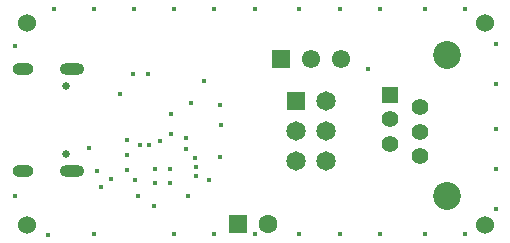
<source format=gbr>
%TF.GenerationSoftware,Altium Limited,Altium Designer,24.4.1 (13)*%
G04 Layer_Physical_Order=2*
G04 Layer_Color=36540*
%FSLAX45Y45*%
%MOMM*%
%TF.SameCoordinates,F106AC90-439F-428E-8782-533256F23A0D*%
%TF.FilePolarity,Positive*%
%TF.FileFunction,Copper,L2,Inr,Signal*%
%TF.Part,Single*%
G01*
G75*
%TA.AperFunction,ComponentPad*%
%ADD38C,1.55000*%
%ADD39R,1.55000X1.55000*%
%TA.AperFunction,ViaPad*%
%ADD40C,1.52400*%
%TA.AperFunction,ComponentPad*%
%ADD41C,1.40000*%
%ADD42R,1.40000X1.40000*%
%ADD43C,2.36000*%
%TA.AperFunction,TestPad*%
%ADD44O,2.10000X1.00000*%
%ADD45C,0.65000*%
%ADD46O,1.80000X1.00000*%
%TA.AperFunction,ComponentPad*%
%ADD47R,1.65000X1.65000*%
%ADD48C,1.65000*%
%ADD49R,1.60000X1.60000*%
%ADD50C,1.60000*%
%TA.AperFunction,ViaPad*%
%ADD51C,0.45000*%
%ADD52C,0.40000*%
D38*
X2864000Y1585000D02*
D03*
X2610000D02*
D03*
D39*
X2356000D02*
D03*
D40*
X4080000Y180000D02*
D03*
Y1890000D02*
D03*
X200000D02*
D03*
Y180000D02*
D03*
D41*
X3275981Y1071016D02*
D03*
X3529981Y1173016D02*
D03*
Y969016D02*
D03*
Y765016D02*
D03*
X3275981Y867016D02*
D03*
D42*
Y1275016D02*
D03*
D43*
X3759981Y1620016D02*
D03*
Y420016D02*
D03*
D44*
X585350Y634200D02*
D03*
Y1498200D02*
D03*
D45*
X535350Y1355200D02*
D03*
Y777200D02*
D03*
D46*
X167350Y1498200D02*
D03*
Y634200D02*
D03*
D47*
X2483000Y1224000D02*
D03*
D48*
X2737000D02*
D03*
X2483000Y970000D02*
D03*
Y716000D02*
D03*
X2737000Y970000D02*
D03*
Y716000D02*
D03*
D49*
X1993000Y190000D02*
D03*
D50*
X2247000D02*
D03*
D51*
X990000Y1285000D02*
D03*
X3087500Y1500000D02*
D03*
X1330000Y887500D02*
D03*
X1622500Y745000D02*
D03*
X1545000Y912500D02*
D03*
Y820000D02*
D03*
X910000Y565000D02*
D03*
X1120000Y562500D02*
D03*
X381000Y96520D02*
D03*
X4170000Y310000D02*
D03*
Y990000D02*
D03*
Y650000D02*
D03*
Y1370000D02*
D03*
Y1710000D02*
D03*
X770000Y100000D02*
D03*
X2130000D02*
D03*
X1790000D02*
D03*
X1450000D02*
D03*
X3190000D02*
D03*
X2850000D02*
D03*
X2510000D02*
D03*
X3570000D02*
D03*
X3910000D02*
D03*
Y2010000D02*
D03*
X3570000D02*
D03*
X2510000D02*
D03*
X2850000D02*
D03*
X3190000D02*
D03*
X1450000D02*
D03*
X1790000D02*
D03*
X2130000D02*
D03*
X1110000D02*
D03*
X770000D02*
D03*
X430000D02*
D03*
X100000Y1690000D02*
D03*
Y420000D02*
D03*
X1840000Y750000D02*
D03*
X1630000Y670000D02*
D03*
Y590000D02*
D03*
X1562500Y425000D02*
D03*
X1845000Y1027500D02*
D03*
X1840000Y1195000D02*
D03*
X1590000Y1210000D02*
D03*
X1420000Y947500D02*
D03*
X1422500Y1120000D02*
D03*
X1700000Y1400000D02*
D03*
X1050000Y900000D02*
D03*
X797500Y635000D02*
D03*
X832500Y495000D02*
D03*
X1050000Y770000D02*
D03*
X1410000Y530000D02*
D03*
Y650000D02*
D03*
X1290000Y530000D02*
D03*
Y650000D02*
D03*
X1050000Y640000D02*
D03*
X1740000Y560000D02*
D03*
X1139312Y422034D02*
D03*
X1239400Y855200D02*
D03*
X1160000D02*
D03*
X1275000Y335215D02*
D03*
X1230000Y1460000D02*
D03*
X1100000D02*
D03*
D52*
X730000Y830000D02*
D03*
%TF.MD5,39a2ddbe42566142838aab7cdd814360*%
M02*

</source>
